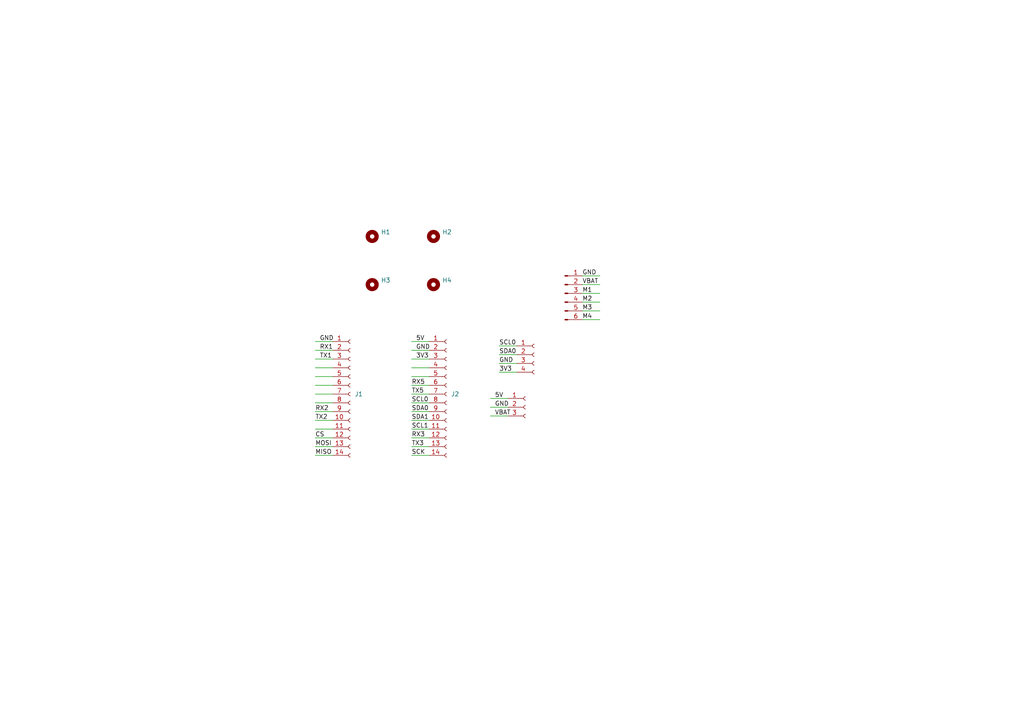
<source format=kicad_sch>
(kicad_sch (version 20250114) (generator "eeschema") (generator_version "9.0")
  (paper "A4")
  (lib_symbols
    (symbol "Connector:Conn_01x03_Socket" (pin_names (offset 1.016) (hide yes))
      (property "Reference" "J" (at 0 5.08 0))
      (property "Value" "Conn_01x03_Socket" (at 0 -5.08 0))
      (symbol "Conn_01x03_Socket_1_1"
        (polyline (pts (xy -1.27 2.54) (xy -0.508 2.54)) (stroke (width 0.1524)))
        (polyline (pts (xy -1.27 0) (xy -0.508 0)) (stroke (width 0.1524)))
        (polyline (pts (xy -1.27 -2.54) (xy -0.508 -2.54)) (stroke (width 0.1524)))
        (arc (start 0 2.032) (mid -0.5058 2.54) (end 0 3.048) (stroke (width 0.1524)))
        (arc (start 0 -0.508) (mid -0.5058 0) (end 0 0.508) (stroke (width 0.1524)))
        (arc (start 0 -3.048) (mid -0.5058 -2.54) (end 0 -2.032) (stroke (width 0.1524)))
        (pin passive line (at -5.08 2.54 0) (length 3.81) (name "Pin_1") (number "1"))
        (pin passive line (at -5.08 0 0) (length 3.81) (name "Pin_2") (number "2"))
        (pin passive line (at -5.08 -2.54 0) (length 3.81) (name "Pin_3") (number "3"))
      )
    )
    (symbol "Connector:Conn_01x04_Socket" (pin_names (offset 1.016) (hide yes))
      (property "Reference" "J" (at 0 5.08 0))
      (property "Value" "Conn_01x04_Socket" (at 0 -7.62 0))
      (symbol "Conn_01x04_Socket_1_1"
        (polyline (pts (xy -1.27 2.54) (xy -0.508 2.54)) (stroke (width 0.1524)))
        (polyline (pts (xy -1.27 0) (xy -0.508 0)) (stroke (width 0.1524)))
        (polyline (pts (xy -1.27 -2.54) (xy -0.508 -2.54)) (stroke (width 0.1524)))
        (polyline (pts (xy -1.27 -5.08) (xy -0.508 -5.08)) (stroke (width 0.1524)))
        (arc (start 0 2.032) (mid -0.5058 2.54) (end 0 3.048) (stroke (width 0.1524)))
        (arc (start 0 -0.508) (mid -0.5058 0) (end 0 0.508) (stroke (width 0.1524)))
        (arc (start 0 -3.048) (mid -0.5058 -2.54) (end 0 -2.032) (stroke (width 0.1524)))
        (arc (start 0 -5.588) (mid -0.5058 -5.08) (end 0 -4.572) (stroke (width 0.1524)))
        (pin passive line (at -5.08 2.54 0) (length 3.81) (name "Pin_1") (number "1"))
        (pin passive line (at -5.08 0 0) (length 3.81) (name "Pin_2") (number "2"))
        (pin passive line (at -5.08 -2.54 0) (length 3.81) (name "Pin_3") (number "3"))
        (pin passive line (at -5.08 -5.08 0) (length 3.81) (name "Pin_4") (number "4"))
      )
    )
    (symbol "Connector:Conn_01x06_Pin" (pin_names (offset 1.016) (hide yes))
      (property "Reference" "J" (at 0 7.62 0))
      (property "Value" "Conn_01x06_Pin" (at 0 -10.16 0))
      (symbol "Conn_01x06_Pin_1_1"
        (rectangle (start 0.8636 5.207) (end 0 4.953) (stroke (width 0.1524)) (fill (type outline)))
        (rectangle (start 0.8636 2.667) (end 0 2.413) (stroke (width 0.1524)) (fill (type outline)))
        (rectangle (start 0.8636 0.127) (end 0 -0.127) (stroke (width 0.1524)) (fill (type outline)))
        (rectangle (start 0.8636 -2.413) (end 0 -2.667) (stroke (width 0.1524)) (fill (type outline)))
        (rectangle (start 0.8636 -4.953) (end 0 -5.207) (stroke (width 0.1524)) (fill (type outline)))
        (rectangle (start 0.8636 -7.493) (end 0 -7.747) (stroke (width 0.1524)) (fill (type outline)))
        (polyline (pts (xy 1.27 5.08) (xy 0.8636 5.08)) (stroke (width 0.1524)))
        (polyline (pts (xy 1.27 2.54) (xy 0.8636 2.54)) (stroke (width 0.1524)))
        (polyline (pts (xy 1.27 0) (xy 0.8636 0)) (stroke (width 0.1524)))
        (polyline (pts (xy 1.27 -2.54) (xy 0.8636 -2.54)) (stroke (width 0.1524)))
        (polyline (pts (xy 1.27 -5.08) (xy 0.8636 -5.08)) (stroke (width 0.1524)))
        (polyline (pts (xy 1.27 -7.62) (xy 0.8636 -7.62)) (stroke (width 0.1524)))
        (pin passive line (at 5.08 5.08 180) (length 3.81) (name "Pin_1") (number "1"))
        (pin passive line (at 5.08 2.54 180) (length 3.81) (name "Pin_2") (number "2"))
        (pin passive line (at 5.08 0 180) (length 3.81) (name "Pin_3") (number "3"))
        (pin passive line (at 5.08 -2.54 180) (length 3.81) (name "Pin_4") (number "4"))
        (pin passive line (at 5.08 -5.08 180) (length 3.81) (name "Pin_5") (number "5"))
        (pin passive line (at 5.08 -7.62 180) (length 3.81) (name "Pin_6") (number "6"))
      )
    )
    (symbol "Connector:Conn_01x14_Socket" (pin_names (offset 1.016) (hide yes))
      (property "Reference" "J" (at 0 17.78 0))
      (property "Value" "Conn_01x14_Socket" (at 0 -20.32 0))
      (symbol "Conn_01x14_Socket_1_1"
        (polyline (pts (xy -1.27 15.24) (xy -0.508 15.24)) (stroke (width 0.1524)))
        (polyline (pts (xy -1.27 12.7) (xy -0.508 12.7)) (stroke (width 0.1524)))
        (polyline (pts (xy -1.27 10.16) (xy -0.508 10.16)) (stroke (width 0.1524)))
        (polyline (pts (xy -1.27 7.62) (xy -0.508 7.62)) (stroke (width 0.1524)))
        (polyline (pts (xy -1.27 5.08) (xy -0.508 5.08)) (stroke (width 0.1524)))
        (polyline (pts (xy -1.27 2.54) (xy -0.508 2.54)) (stroke (width 0.1524)))
        (polyline (pts (xy -1.27 0) (xy -0.508 0)) (stroke (width 0.1524)))
        (polyline (pts (xy -1.27 -2.54) (xy -0.508 -2.54)) (stroke (width 0.1524)))
        (polyline (pts (xy -1.27 -5.08) (xy -0.508 -5.08)) (stroke (width 0.1524)))
        (polyline (pts (xy -1.27 -7.62) (xy -0.508 -7.62)) (stroke (width 0.1524)))
        (polyline (pts (xy -1.27 -10.16) (xy -0.508 -10.16)) (stroke (width 0.1524)))
        (polyline (pts (xy -1.27 -12.7) (xy -0.508 -12.7)) (stroke (width 0.1524)))
        (polyline (pts (xy -1.27 -15.24) (xy -0.508 -15.24)) (stroke (width 0.1524)))
        (polyline (pts (xy -1.27 -17.78) (xy -0.508 -17.78)) (stroke (width 0.1524)))
        (arc (start 0 14.732) (mid -0.5058 15.24) (end 0 15.748) (stroke (width 0.1524)))
        (arc (start 0 12.192) (mid -0.5058 12.7) (end 0 13.208) (stroke (width 0.1524)))
        (arc (start 0 9.652) (mid -0.5058 10.16) (end 0 10.668) (stroke (width 0.1524)))
        (arc (start 0 7.112) (mid -0.5058 7.62) (end 0 8.128) (stroke (width 0.1524)))
        (arc (start 0 4.572) (mid -0.5058 5.08) (end 0 5.588) (stroke (width 0.1524)))
        (arc (start 0 2.032) (mid -0.5058 2.54) (end 0 3.048) (stroke (width 0.1524)))
        (arc (start 0 -0.508) (mid -0.5058 0) (end 0 0.508) (stroke (width 0.1524)))
        (arc (start 0 -3.048) (mid -0.5058 -2.54) (end 0 -2.032) (stroke (width 0.1524)))
        (arc (start 0 -5.588) (mid -0.5058 -5.08) (end 0 -4.572) (stroke (width 0.1524)))
        (arc (start 0 -8.128) (mid -0.5058 -7.62) (end 0 -7.112) (stroke (width 0.1524)))
        (arc (start 0 -10.668) (mid -0.5058 -10.16) (end 0 -9.652) (stroke (width 0.1524)))
        (arc (start 0 -13.208) (mid -0.5058 -12.7) (end 0 -12.192) (stroke (width 0.1524)))
        (arc (start 0 -15.748) (mid -0.5058 -15.24) (end 0 -14.732) (stroke (width 0.1524)))
        (arc (start 0 -18.288) (mid -0.5058 -17.78) (end 0 -17.272) (stroke (width 0.1524)))
        (pin passive line (at -5.08 15.24 0) (length 3.81) (name "Pin_1") (number "1"))
        (pin passive line (at -5.08 12.7 0) (length 3.81) (name "Pin_2") (number "2"))
        (pin passive line (at -5.08 10.16 0) (length 3.81) (name "Pin_3") (number "3"))
        (pin passive line (at -5.08 7.62 0) (length 3.81) (name "Pin_4") (number "4"))
        (pin passive line (at -5.08 5.08 0) (length 3.81) (name "Pin_5") (number "5"))
        (pin passive line (at -5.08 2.54 0) (length 3.81) (name "Pin_6") (number "6"))
        (pin passive line (at -5.08 0 0) (length 3.81) (name "Pin_7") (number "7"))
        (pin passive line (at -5.08 -2.54 0) (length 3.81) (name "Pin_8") (number "8"))
        (pin passive line (at -5.08 -5.08 0) (length 3.81) (name "Pin_9") (number "9"))
        (pin passive line (at -5.08 -7.62 0) (length 3.81) (name "Pin_10") (number "10"))
        (pin passive line (at -5.08 -10.16 0) (length 3.81) (name "Pin_11") (number "11"))
        (pin passive line (at -5.08 -12.7 0) (length 3.81) (name "Pin_12") (number "12"))
        (pin passive line (at -5.08 -15.24 0) (length 3.81) (name "Pin_13") (number "13"))
        (pin passive line (at -5.08 -17.78 0) (length 3.81) (name "Pin_14") (number "14"))
      )
    )
    (symbol "Mechanical:MountingHole" (pin_names (offset 1.016)) (in_bom no)
      (property "Reference" "H" (at 0 5.08 0))
      (property "Value" "MountingHole" (at 0 3.175 0))
      (symbol "MountingHole_0_1"
        (circle (center 0 0) (radius 1.27) (stroke (width 1.27)))
      )
    )
  )
  (wire (pts (xy 119.38 99.06) (xy 124.46 99.06)))
  (wire (pts (xy 168.91 87.63) (xy 173.99 87.63)))
  (wire (pts (xy 142.24 118.11) (xy 147.32 118.11)))
  (wire (pts (xy 119.38 129.54) (xy 124.46 129.54)))
  (wire (pts (xy 144.78 100.33) (xy 149.86 100.33)))
  (wire (pts (xy 91.44 129.54) (xy 96.52 129.54)))
  (wire (pts (xy 119.38 119.38) (xy 124.46 119.38)))
  (wire (pts (xy 168.91 92.71) (xy 173.99 92.71)))
  (wire (pts (xy 119.38 101.6) (xy 124.46 101.6)))
  (wire (pts (xy 91.44 111.76) (xy 96.52 111.76)))
  (wire (pts (xy 144.78 107.95) (xy 149.86 107.95)))
  (wire (pts (xy 168.91 90.17) (xy 173.99 90.17)))
  (wire (pts (xy 91.44 101.6) (xy 96.52 101.6)))
  (wire (pts (xy 168.91 80.01) (xy 173.99 80.01)))
  (wire (pts (xy 119.38 121.92) (xy 124.46 121.92)))
  (wire (pts (xy 91.44 127) (xy 96.52 127)))
  (wire (pts (xy 91.44 121.92) (xy 96.52 121.92)))
  (wire (pts (xy 119.38 106.68) (xy 124.46 106.68)))
  (wire (pts (xy 119.38 109.22) (xy 124.46 109.22)))
  (wire (pts (xy 119.38 111.76) (xy 124.46 111.76)))
  (wire (pts (xy 91.44 106.68) (xy 96.52 106.68)))
  (wire (pts (xy 91.44 114.3) (xy 96.52 114.3)))
  (wire (pts (xy 91.44 116.84) (xy 96.52 116.84)))
  (wire (pts (xy 142.24 115.57) (xy 147.32 115.57)))
  (wire (pts (xy 168.91 85.09) (xy 173.99 85.09)))
  (wire (pts (xy 119.38 124.46) (xy 124.46 124.46)))
  (wire (pts (xy 119.38 116.84) (xy 124.46 116.84)))
  (wire (pts (xy 144.78 105.41) (xy 149.86 105.41)))
  (wire (pts (xy 144.78 102.87) (xy 149.86 102.87)))
  (wire (pts (xy 91.44 132.08) (xy 96.52 132.08)))
  (wire (pts (xy 119.38 127) (xy 124.46 127)))
  (wire (pts (xy 142.24 120.65) (xy 147.32 120.65)))
  (wire (pts (xy 91.44 104.14) (xy 96.52 104.14)))
  (wire (pts (xy 91.44 109.22) (xy 96.52 109.22)))
  (wire (pts (xy 91.44 124.46) (xy 96.52 124.46)))
  (wire (pts (xy 91.44 119.38) (xy 96.52 119.38)))
  (wire (pts (xy 119.38 132.08) (xy 124.46 132.08)))
  (wire (pts (xy 119.38 104.14) (xy 124.46 104.14)))
  (wire (pts (xy 168.91 82.55) (xy 173.99 82.55)))
  (wire (pts (xy 91.44 99.06) (xy 96.52 99.06)))
  (wire (pts (xy 119.38 114.3) (xy 124.46 114.3)))
  (label "RX5" (at 119.38 111.76 0))
  (label "M3" (at 168.91 90.17 0))
  (label "TX5" (at 119.38 114.3 0))
  (label "RX2" (at 91.44 119.38 0))
  (label "GND" (at 92.71 99.06 0))
  (label "SCK" (at 119.38 132.08 0))
  (label "M2" (at 168.91 87.63 0))
  (label "VBAT" (at 143.51 120.65 0))
  (label "CS" (at 91.44 127 0))
  (label "GND" (at 120.65 101.6 0))
  (label "MISO" (at 91.44 132.08 0))
  (label "TX3" (at 119.38 129.54 0))
  (label "VBAT" (at 168.91 82.55 0))
  (label "5V" (at 143.51 115.57 0))
  (label "SCL0" (at 119.38 116.84 0))
  (label "SDA0" (at 119.38 119.38 0))
  (label "MOSI" (at 91.44 129.54 0))
  (label "GND" (at 143.51 118.11 0))
  (label "M1" (at 168.91 85.09 0))
  (label "SCL0" (at 144.78 100.33 0))
  (label "GND" (at 144.78 105.41 0))
  (label "5V" (at 120.65 99.06 0))
  (label "TX1" (at 92.71 104.14 0))
  (label "TX2" (at 91.44 121.92 0))
  (label "3V3" (at 144.78 107.95 0))
  (label "SDA0" (at 144.78 102.87 0))
  (label "GND" (at 168.91 80.01 0))
  (label "3V3" (at 120.65 104.14 0))
  (label "SCL1" (at 119.38 124.46 0))
  (label "SDA1" (at 119.38 121.92 0))
  (label "RX3" (at 119.38 127 0))
  (label "RX1" (at 92.71 101.6 0))
  (label "M4" (at 168.91 92.71 0))
  (symbol (lib_id "Connector:Conn_01x04_Socket") (at 154.94 102.87 0) (unit 1)
    (property "Reference" "J3" (effects (hide yes)))
    (property "Value" "Conn_01x04_Socket" (effects (hide yes)))
    (property "Footprint" "Connector_PinHeader_2.54mm:PinHeader_1x04_P2.54mm_Vertical" (effects (hide yes)))
    (property "Description" "Generic connector, single row, 01x04, script generated" (effects (hide yes)))
  )
  (symbol (lib_id "Mechanical:MountingHole") (at 125.73 82.55 0) (unit 1) (in_bom no)
    (property "Reference" "H4" (at 128.27 81.2799 0) (effects (justify left)))
    (property "Value" "MountingHole" (effects (hide yes)))
    (property "Footprint" "MountingHole:MountingHole_2.5mm" (effects (hide yes)))
    (property "Description" "Mounting Hole without connection" (effects (hide yes)))
  )
  (symbol (lib_id "Mechanical:MountingHole") (at 107.95 82.55 0) (unit 1) (in_bom no)
    (property "Reference" "H3" (at 110.49 81.2799 0) (effects (justify left)))
    (property "Value" "MountingHole" (effects (hide yes)))
    (property "Footprint" "MountingHole:MountingHole_2.5mm" (effects (hide yes)))
    (property "Description" "Mounting Hole without connection" (effects (hide yes)))
  )
  (symbol (lib_id "Connector:Conn_01x14_Socket") (at 129.54 114.3 0) (unit 1)
    (property "Reference" "J2" (at 130.81 114.2999 0) (effects (justify left)))
    (property "Value" "Conn_01x14_Socket" (effects (hide yes)))
    (property "Footprint" "Connector_PinSocket_2.54mm:PinSocket_1x14_P2.54mm_Vertical" (effects (hide yes)))
    (property "Description" "Generic connector, single row, 01x14, script generated" (effects (hide yes)))
  )
  (symbol (lib_id "Mechanical:MountingHole") (at 125.73 68.58 0) (unit 1) (in_bom no)
    (property "Reference" "H2" (at 128.27 67.3099 0) (effects (justify left)))
    (property "Value" "MountingHole" (effects (hide yes)))
    (property "Footprint" "MountingHole:MountingHole_2.5mm" (effects (hide yes)))
    (property "Description" "Mounting Hole without connection" (effects (hide yes)))
  )
  (symbol (lib_id "Connector:Conn_01x14_Socket") (at 101.6 114.3 0) (unit 1)
    (property "Reference" "J1" (at 102.87 114.2999 0) (effects (justify left)))
    (property "Value" "Conn_01x14_Socket" (effects (hide yes)))
    (property "Footprint" "Connector_PinSocket_2.54mm:PinSocket_1x14_P2.54mm_Vertical" (effects (hide yes)))
    (property "Description" "Generic connector, single row, 01x14, script generated" (effects (hide yes)))
  )
  (symbol (lib_id "Connector:Conn_01x06_Pin") (at 163.83 85.09 0) (unit 1)
    (property "Reference" "J5" (effects (hide yes)))
    (property "Value" "Conn_01x06_Pin" (effects (hide yes)))
    (property "Footprint" "Connector_PinHeader_2.00mm:PinHeader_1x06_P2.00mm_Vertical" (effects (hide yes)))
    (property "Description" "Generic connector, single row, 01x06, script generated" (effects (hide yes)))
  )
  (symbol (lib_id "Mechanical:MountingHole") (at 107.95 68.58 0) (unit 1) (in_bom no)
    (property "Reference" "H1" (at 110.49 67.3099 0) (effects (justify left)))
    (property "Value" "MountingHole" (effects (hide yes)))
    (property "Footprint" "MountingHole:MountingHole_2.5mm" (effects (hide yes)))
    (property "Description" "Mounting Hole without connection" (effects (hide yes)))
  )
  (symbol (lib_id "Connector:Conn_01x03_Socket") (at 152.4 118.11 0) (unit 1)
    (property "Reference" "J4" (effects (hide yes)))
    (property "Value" "Conn_01x03_Socket" (effects (hide yes)))
    (property "Footprint" "Connector_PinHeader_2.54mm:PinHeader_1x03_P2.54mm_Vertical" (effects (hide yes)))
    (property "Description" "Generic connector, single row, 01x03, script generated" (effects (hide yes)))
  )
)
</source>
